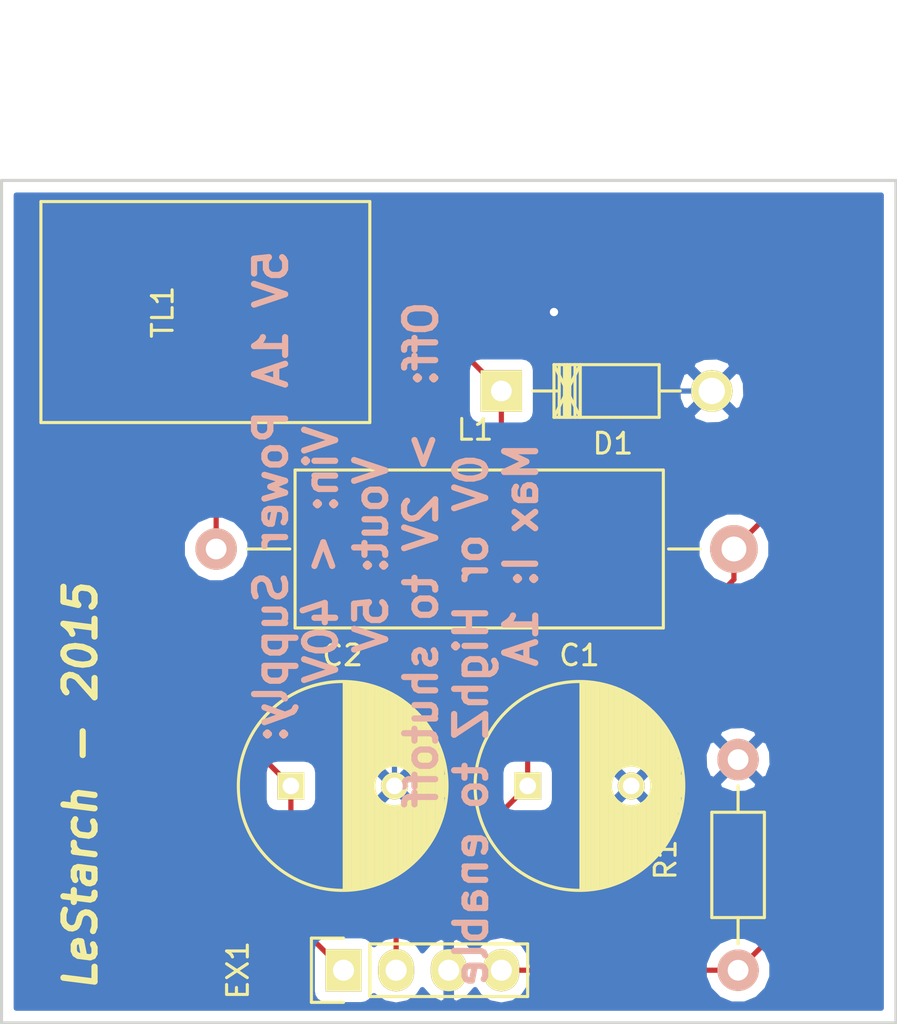
<source format=kicad_pcb>
(kicad_pcb (version 4) (host pcbnew 4.0.0-rc1-stable)

  (general
    (links 14)
    (no_connects 0)
    (area 104.064999 72.437144 147.395001 119.455001)
    (thickness 1.6)
    (drawings 6)
    (tracks 47)
    (zones 0)
    (modules 7)
    (nets 6)
  )

  (page A4)
  (title_block
    (title "5V 1A Power Supply")
  )

  (layers
    (0 F.Cu signal)
    (31 B.Cu signal)
    (32 B.Adhes user)
    (33 F.Adhes user)
    (34 B.Paste user)
    (35 F.Paste user)
    (36 B.SilkS user)
    (37 F.SilkS user)
    (38 B.Mask user)
    (39 F.Mask user)
    (40 Dwgs.User user)
    (41 Cmts.User user)
    (42 Eco1.User user)
    (43 Eco2.User user)
    (44 Edge.Cuts user)
    (45 Margin user)
    (46 B.CrtYd user)
    (47 F.CrtYd user)
    (48 B.Fab user)
    (49 F.Fab user)
  )

  (setup
    (last_trace_width 0.25)
    (trace_clearance 0.2)
    (zone_clearance 0.508)
    (zone_45_only yes)
    (trace_min 0.2)
    (segment_width 0.2)
    (edge_width 0.15)
    (via_size 0.6)
    (via_drill 0.4)
    (via_min_size 0.4)
    (via_min_drill 0.3)
    (uvia_size 0.3)
    (uvia_drill 0.1)
    (uvias_allowed no)
    (uvia_min_size 0.2)
    (uvia_min_drill 0.1)
    (pcb_text_width 0.3)
    (pcb_text_size 1.5 1.5)
    (mod_edge_width 0.15)
    (mod_text_size 1 1)
    (mod_text_width 0.15)
    (pad_size 1.524 1.524)
    (pad_drill 0.762)
    (pad_to_mask_clearance 0.2)
    (aux_axis_origin 0 0)
    (visible_elements FFFFF77F)
    (pcbplotparams
      (layerselection 0x010f0_80000001)
      (usegerberextensions true)
      (excludeedgelayer true)
      (linewidth 0.100000)
      (plotframeref false)
      (viasonmask false)
      (mode 1)
      (useauxorigin false)
      (hpglpennumber 1)
      (hpglpenspeed 20)
      (hpglpendiameter 15)
      (hpglpenoverlay 2)
      (psnegative false)
      (psa4output false)
      (plotreference true)
      (plotvalue true)
      (plotinvisibletext false)
      (padsonsilk false)
      (subtractmaskfromsilk false)
      (outputformat 1)
      (mirror false)
      (drillshape 0)
      (scaleselection 1)
      (outputdirectory gerber/))
  )

  (net 0 "")
  (net 1 "Net-(C1-Pad1)")
  (net 2 "Net-(C1-Pad2)")
  (net 3 "Net-(C2-Pad1)")
  (net 4 "Net-(D1-Pad1)")
  (net 5 "Net-(EX1-Pad4)")

  (net_class Default "This is the default net class."
    (clearance 0.2)
    (trace_width 0.25)
    (via_dia 0.6)
    (via_drill 0.4)
    (uvia_dia 0.3)
    (uvia_drill 0.1)
    (add_net "Net-(C1-Pad1)")
    (add_net "Net-(C1-Pad2)")
    (add_net "Net-(C2-Pad1)")
    (add_net "Net-(D1-Pad1)")
    (add_net "Net-(EX1-Pad4)")
  )

  (module Capacitors_ThroughHole:C_Radial_D10_L16_P5 (layer F.Cu) (tedit 0) (tstamp 562708A4)
    (at 129.54 107.95)
    (descr "Radial Electrolytic Capacitor 10mm x Length 16mm, Pitch 5mm")
    (tags "Electrolytic Capacitor")
    (path /56268BB1)
    (fp_text reference C1 (at 2.5 -6.3) (layer F.SilkS)
      (effects (font (size 1 1) (thickness 0.15)))
    )
    (fp_text value 330u (at 2.5 6.3) (layer F.Fab)
      (effects (font (size 1 1) (thickness 0.15)))
    )
    (fp_line (start 2.575 -4.999) (end 2.575 4.999) (layer F.SilkS) (width 0.15))
    (fp_line (start 2.715 -4.995) (end 2.715 4.995) (layer F.SilkS) (width 0.15))
    (fp_line (start 2.855 -4.987) (end 2.855 4.987) (layer F.SilkS) (width 0.15))
    (fp_line (start 2.995 -4.975) (end 2.995 4.975) (layer F.SilkS) (width 0.15))
    (fp_line (start 3.135 -4.96) (end 3.135 4.96) (layer F.SilkS) (width 0.15))
    (fp_line (start 3.275 -4.94) (end 3.275 4.94) (layer F.SilkS) (width 0.15))
    (fp_line (start 3.415 -4.916) (end 3.415 4.916) (layer F.SilkS) (width 0.15))
    (fp_line (start 3.555 -4.887) (end 3.555 4.887) (layer F.SilkS) (width 0.15))
    (fp_line (start 3.695 -4.855) (end 3.695 4.855) (layer F.SilkS) (width 0.15))
    (fp_line (start 3.835 -4.818) (end 3.835 4.818) (layer F.SilkS) (width 0.15))
    (fp_line (start 3.975 -4.777) (end 3.975 4.777) (layer F.SilkS) (width 0.15))
    (fp_line (start 4.115 -4.732) (end 4.115 -0.466) (layer F.SilkS) (width 0.15))
    (fp_line (start 4.115 0.466) (end 4.115 4.732) (layer F.SilkS) (width 0.15))
    (fp_line (start 4.255 -4.682) (end 4.255 -0.667) (layer F.SilkS) (width 0.15))
    (fp_line (start 4.255 0.667) (end 4.255 4.682) (layer F.SilkS) (width 0.15))
    (fp_line (start 4.395 -4.627) (end 4.395 -0.796) (layer F.SilkS) (width 0.15))
    (fp_line (start 4.395 0.796) (end 4.395 4.627) (layer F.SilkS) (width 0.15))
    (fp_line (start 4.535 -4.567) (end 4.535 -0.885) (layer F.SilkS) (width 0.15))
    (fp_line (start 4.535 0.885) (end 4.535 4.567) (layer F.SilkS) (width 0.15))
    (fp_line (start 4.675 -4.502) (end 4.675 -0.946) (layer F.SilkS) (width 0.15))
    (fp_line (start 4.675 0.946) (end 4.675 4.502) (layer F.SilkS) (width 0.15))
    (fp_line (start 4.815 -4.432) (end 4.815 -0.983) (layer F.SilkS) (width 0.15))
    (fp_line (start 4.815 0.983) (end 4.815 4.432) (layer F.SilkS) (width 0.15))
    (fp_line (start 4.955 -4.356) (end 4.955 -0.999) (layer F.SilkS) (width 0.15))
    (fp_line (start 4.955 0.999) (end 4.955 4.356) (layer F.SilkS) (width 0.15))
    (fp_line (start 5.095 -4.274) (end 5.095 -0.995) (layer F.SilkS) (width 0.15))
    (fp_line (start 5.095 0.995) (end 5.095 4.274) (layer F.SilkS) (width 0.15))
    (fp_line (start 5.235 -4.186) (end 5.235 -0.972) (layer F.SilkS) (width 0.15))
    (fp_line (start 5.235 0.972) (end 5.235 4.186) (layer F.SilkS) (width 0.15))
    (fp_line (start 5.375 -4.091) (end 5.375 -0.927) (layer F.SilkS) (width 0.15))
    (fp_line (start 5.375 0.927) (end 5.375 4.091) (layer F.SilkS) (width 0.15))
    (fp_line (start 5.515 -3.989) (end 5.515 -0.857) (layer F.SilkS) (width 0.15))
    (fp_line (start 5.515 0.857) (end 5.515 3.989) (layer F.SilkS) (width 0.15))
    (fp_line (start 5.655 -3.879) (end 5.655 -0.756) (layer F.SilkS) (width 0.15))
    (fp_line (start 5.655 0.756) (end 5.655 3.879) (layer F.SilkS) (width 0.15))
    (fp_line (start 5.795 -3.761) (end 5.795 -0.607) (layer F.SilkS) (width 0.15))
    (fp_line (start 5.795 0.607) (end 5.795 3.761) (layer F.SilkS) (width 0.15))
    (fp_line (start 5.935 -3.633) (end 5.935 -0.355) (layer F.SilkS) (width 0.15))
    (fp_line (start 5.935 0.355) (end 5.935 3.633) (layer F.SilkS) (width 0.15))
    (fp_line (start 6.075 -3.496) (end 6.075 3.496) (layer F.SilkS) (width 0.15))
    (fp_line (start 6.215 -3.346) (end 6.215 3.346) (layer F.SilkS) (width 0.15))
    (fp_line (start 6.355 -3.184) (end 6.355 3.184) (layer F.SilkS) (width 0.15))
    (fp_line (start 6.495 -3.007) (end 6.495 3.007) (layer F.SilkS) (width 0.15))
    (fp_line (start 6.635 -2.811) (end 6.635 2.811) (layer F.SilkS) (width 0.15))
    (fp_line (start 6.775 -2.593) (end 6.775 2.593) (layer F.SilkS) (width 0.15))
    (fp_line (start 6.915 -2.347) (end 6.915 2.347) (layer F.SilkS) (width 0.15))
    (fp_line (start 7.055 -2.062) (end 7.055 2.062) (layer F.SilkS) (width 0.15))
    (fp_line (start 7.195 -1.72) (end 7.195 1.72) (layer F.SilkS) (width 0.15))
    (fp_line (start 7.335 -1.274) (end 7.335 1.274) (layer F.SilkS) (width 0.15))
    (fp_line (start 7.475 -0.499) (end 7.475 0.499) (layer F.SilkS) (width 0.15))
    (fp_circle (center 5 0) (end 5 -1) (layer F.SilkS) (width 0.15))
    (fp_circle (center 2.5 0) (end 2.5 -5.0375) (layer F.SilkS) (width 0.15))
    (fp_circle (center 2.5 0) (end 2.5 -5.3) (layer F.CrtYd) (width 0.05))
    (pad 1 thru_hole rect (at 0 0) (size 1.3 1.3) (drill 0.8) (layers *.Cu *.Mask F.SilkS)
      (net 1 "Net-(C1-Pad1)"))
    (pad 2 thru_hole circle (at 5 0) (size 1.3 1.3) (drill 0.8) (layers *.Cu *.Mask F.SilkS)
      (net 2 "Net-(C1-Pad2)"))
    (model Capacitors_ThroughHole.3dshapes/C_Radial_D10_L16_P5.wrl
      (at (xyz 0.0984252 0 0))
      (scale (xyz 1 1 1))
      (rotate (xyz 0 0 90))
    )
  )

  (module Capacitors_ThroughHole:C_Radial_D10_L16_P5 (layer F.Cu) (tedit 0) (tstamp 562708AA)
    (at 118.11 107.95)
    (descr "Radial Electrolytic Capacitor 10mm x Length 16mm, Pitch 5mm")
    (tags "Electrolytic Capacitor")
    (path /562690AB)
    (fp_text reference C2 (at 2.5 -6.3) (layer F.SilkS)
      (effects (font (size 1 1) (thickness 0.15)))
    )
    (fp_text value 100u (at 2.5 6.3) (layer F.Fab)
      (effects (font (size 1 1) (thickness 0.15)))
    )
    (fp_line (start 2.575 -4.999) (end 2.575 4.999) (layer F.SilkS) (width 0.15))
    (fp_line (start 2.715 -4.995) (end 2.715 4.995) (layer F.SilkS) (width 0.15))
    (fp_line (start 2.855 -4.987) (end 2.855 4.987) (layer F.SilkS) (width 0.15))
    (fp_line (start 2.995 -4.975) (end 2.995 4.975) (layer F.SilkS) (width 0.15))
    (fp_line (start 3.135 -4.96) (end 3.135 4.96) (layer F.SilkS) (width 0.15))
    (fp_line (start 3.275 -4.94) (end 3.275 4.94) (layer F.SilkS) (width 0.15))
    (fp_line (start 3.415 -4.916) (end 3.415 4.916) (layer F.SilkS) (width 0.15))
    (fp_line (start 3.555 -4.887) (end 3.555 4.887) (layer F.SilkS) (width 0.15))
    (fp_line (start 3.695 -4.855) (end 3.695 4.855) (layer F.SilkS) (width 0.15))
    (fp_line (start 3.835 -4.818) (end 3.835 4.818) (layer F.SilkS) (width 0.15))
    (fp_line (start 3.975 -4.777) (end 3.975 4.777) (layer F.SilkS) (width 0.15))
    (fp_line (start 4.115 -4.732) (end 4.115 -0.466) (layer F.SilkS) (width 0.15))
    (fp_line (start 4.115 0.466) (end 4.115 4.732) (layer F.SilkS) (width 0.15))
    (fp_line (start 4.255 -4.682) (end 4.255 -0.667) (layer F.SilkS) (width 0.15))
    (fp_line (start 4.255 0.667) (end 4.255 4.682) (layer F.SilkS) (width 0.15))
    (fp_line (start 4.395 -4.627) (end 4.395 -0.796) (layer F.SilkS) (width 0.15))
    (fp_line (start 4.395 0.796) (end 4.395 4.627) (layer F.SilkS) (width 0.15))
    (fp_line (start 4.535 -4.567) (end 4.535 -0.885) (layer F.SilkS) (width 0.15))
    (fp_line (start 4.535 0.885) (end 4.535 4.567) (layer F.SilkS) (width 0.15))
    (fp_line (start 4.675 -4.502) (end 4.675 -0.946) (layer F.SilkS) (width 0.15))
    (fp_line (start 4.675 0.946) (end 4.675 4.502) (layer F.SilkS) (width 0.15))
    (fp_line (start 4.815 -4.432) (end 4.815 -0.983) (layer F.SilkS) (width 0.15))
    (fp_line (start 4.815 0.983) (end 4.815 4.432) (layer F.SilkS) (width 0.15))
    (fp_line (start 4.955 -4.356) (end 4.955 -0.999) (layer F.SilkS) (width 0.15))
    (fp_line (start 4.955 0.999) (end 4.955 4.356) (layer F.SilkS) (width 0.15))
    (fp_line (start 5.095 -4.274) (end 5.095 -0.995) (layer F.SilkS) (width 0.15))
    (fp_line (start 5.095 0.995) (end 5.095 4.274) (layer F.SilkS) (width 0.15))
    (fp_line (start 5.235 -4.186) (end 5.235 -0.972) (layer F.SilkS) (width 0.15))
    (fp_line (start 5.235 0.972) (end 5.235 4.186) (layer F.SilkS) (width 0.15))
    (fp_line (start 5.375 -4.091) (end 5.375 -0.927) (layer F.SilkS) (width 0.15))
    (fp_line (start 5.375 0.927) (end 5.375 4.091) (layer F.SilkS) (width 0.15))
    (fp_line (start 5.515 -3.989) (end 5.515 -0.857) (layer F.SilkS) (width 0.15))
    (fp_line (start 5.515 0.857) (end 5.515 3.989) (layer F.SilkS) (width 0.15))
    (fp_line (start 5.655 -3.879) (end 5.655 -0.756) (layer F.SilkS) (width 0.15))
    (fp_line (start 5.655 0.756) (end 5.655 3.879) (layer F.SilkS) (width 0.15))
    (fp_line (start 5.795 -3.761) (end 5.795 -0.607) (layer F.SilkS) (width 0.15))
    (fp_line (start 5.795 0.607) (end 5.795 3.761) (layer F.SilkS) (width 0.15))
    (fp_line (start 5.935 -3.633) (end 5.935 -0.355) (layer F.SilkS) (width 0.15))
    (fp_line (start 5.935 0.355) (end 5.935 3.633) (layer F.SilkS) (width 0.15))
    (fp_line (start 6.075 -3.496) (end 6.075 3.496) (layer F.SilkS) (width 0.15))
    (fp_line (start 6.215 -3.346) (end 6.215 3.346) (layer F.SilkS) (width 0.15))
    (fp_line (start 6.355 -3.184) (end 6.355 3.184) (layer F.SilkS) (width 0.15))
    (fp_line (start 6.495 -3.007) (end 6.495 3.007) (layer F.SilkS) (width 0.15))
    (fp_line (start 6.635 -2.811) (end 6.635 2.811) (layer F.SilkS) (width 0.15))
    (fp_line (start 6.775 -2.593) (end 6.775 2.593) (layer F.SilkS) (width 0.15))
    (fp_line (start 6.915 -2.347) (end 6.915 2.347) (layer F.SilkS) (width 0.15))
    (fp_line (start 7.055 -2.062) (end 7.055 2.062) (layer F.SilkS) (width 0.15))
    (fp_line (start 7.195 -1.72) (end 7.195 1.72) (layer F.SilkS) (width 0.15))
    (fp_line (start 7.335 -1.274) (end 7.335 1.274) (layer F.SilkS) (width 0.15))
    (fp_line (start 7.475 -0.499) (end 7.475 0.499) (layer F.SilkS) (width 0.15))
    (fp_circle (center 5 0) (end 5 -1) (layer F.SilkS) (width 0.15))
    (fp_circle (center 2.5 0) (end 2.5 -5.0375) (layer F.SilkS) (width 0.15))
    (fp_circle (center 2.5 0) (end 2.5 -5.3) (layer F.CrtYd) (width 0.05))
    (pad 1 thru_hole rect (at 0 0) (size 1.3 1.3) (drill 0.8) (layers *.Cu *.Mask F.SilkS)
      (net 3 "Net-(C2-Pad1)"))
    (pad 2 thru_hole circle (at 5 0) (size 1.3 1.3) (drill 0.8) (layers *.Cu *.Mask F.SilkS)
      (net 2 "Net-(C1-Pad2)"))
    (model Capacitors_ThroughHole.3dshapes/C_Radial_D10_L16_P5.wrl
      (at (xyz 0.0984252 0 0))
      (scale (xyz 1 1 1))
      (rotate (xyz 0 0 90))
    )
  )

  (module Diodes_ThroughHole:Diode_DO-41_SOD81_Horizontal_RM10 (layer F.Cu) (tedit 552FFCCE) (tstamp 562708B0)
    (at 128.27 88.9)
    (descr "Diode, DO-41, SOD81, Horizontal, RM 10mm,")
    (tags "Diode, DO-41, SOD81, Horizontal, RM 10mm, 1N4007, SB140,")
    (path /56268C8A)
    (fp_text reference D1 (at 5.38734 2.53746) (layer F.SilkS)
      (effects (font (size 1 1) (thickness 0.15)))
    )
    (fp_text value D_Schottky (at 4.37134 -3.55854) (layer F.Fab)
      (effects (font (size 1 1) (thickness 0.15)))
    )
    (fp_line (start 7.62 -0.00254) (end 8.636 -0.00254) (layer F.SilkS) (width 0.15))
    (fp_line (start 2.794 -0.00254) (end 1.524 -0.00254) (layer F.SilkS) (width 0.15))
    (fp_line (start 3.048 -1.27254) (end 3.048 1.26746) (layer F.SilkS) (width 0.15))
    (fp_line (start 3.302 -1.27254) (end 3.302 1.26746) (layer F.SilkS) (width 0.15))
    (fp_line (start 3.556 -1.27254) (end 3.556 1.26746) (layer F.SilkS) (width 0.15))
    (fp_line (start 2.794 -1.27254) (end 2.794 1.26746) (layer F.SilkS) (width 0.15))
    (fp_line (start 3.81 -1.27254) (end 2.54 1.26746) (layer F.SilkS) (width 0.15))
    (fp_line (start 2.54 -1.27254) (end 3.81 1.26746) (layer F.SilkS) (width 0.15))
    (fp_line (start 3.81 -1.27254) (end 3.81 1.26746) (layer F.SilkS) (width 0.15))
    (fp_line (start 3.175 -1.27254) (end 3.175 1.26746) (layer F.SilkS) (width 0.15))
    (fp_line (start 2.54 1.26746) (end 2.54 -1.27254) (layer F.SilkS) (width 0.15))
    (fp_line (start 2.54 -1.27254) (end 7.62 -1.27254) (layer F.SilkS) (width 0.15))
    (fp_line (start 7.62 -1.27254) (end 7.62 1.26746) (layer F.SilkS) (width 0.15))
    (fp_line (start 7.62 1.26746) (end 2.54 1.26746) (layer F.SilkS) (width 0.15))
    (pad 2 thru_hole circle (at 10.16 -0.00254 180) (size 1.99898 1.99898) (drill 1.27) (layers *.Cu *.Mask F.SilkS)
      (net 2 "Net-(C1-Pad2)"))
    (pad 1 thru_hole rect (at 0 -0.00254 180) (size 1.99898 1.99898) (drill 1.00076) (layers *.Cu *.Mask F.SilkS)
      (net 4 "Net-(D1-Pad1)"))
  )

  (module Pin_Headers:Pin_Header_Straight_1x04 (layer F.Cu) (tedit 0) (tstamp 562708B8)
    (at 120.65 116.84 90)
    (descr "Through hole pin header")
    (tags "pin header")
    (path /56269E85)
    (fp_text reference EX1 (at 0 -5.1 90) (layer F.SilkS)
      (effects (font (size 1 1) (thickness 0.15)))
    )
    (fp_text value Conn (at 0 -3.1 90) (layer F.Fab)
      (effects (font (size 1 1) (thickness 0.15)))
    )
    (fp_line (start -1.75 -1.75) (end -1.75 9.4) (layer F.CrtYd) (width 0.05))
    (fp_line (start 1.75 -1.75) (end 1.75 9.4) (layer F.CrtYd) (width 0.05))
    (fp_line (start -1.75 -1.75) (end 1.75 -1.75) (layer F.CrtYd) (width 0.05))
    (fp_line (start -1.75 9.4) (end 1.75 9.4) (layer F.CrtYd) (width 0.05))
    (fp_line (start -1.27 1.27) (end -1.27 8.89) (layer F.SilkS) (width 0.15))
    (fp_line (start 1.27 1.27) (end 1.27 8.89) (layer F.SilkS) (width 0.15))
    (fp_line (start 1.55 -1.55) (end 1.55 0) (layer F.SilkS) (width 0.15))
    (fp_line (start -1.27 8.89) (end 1.27 8.89) (layer F.SilkS) (width 0.15))
    (fp_line (start 1.27 1.27) (end -1.27 1.27) (layer F.SilkS) (width 0.15))
    (fp_line (start -1.55 0) (end -1.55 -1.55) (layer F.SilkS) (width 0.15))
    (fp_line (start -1.55 -1.55) (end 1.55 -1.55) (layer F.SilkS) (width 0.15))
    (pad 1 thru_hole rect (at 0 0 90) (size 2.032 1.7272) (drill 1.016) (layers *.Cu *.Mask F.SilkS)
      (net 3 "Net-(C2-Pad1)"))
    (pad 2 thru_hole oval (at 0 2.54 90) (size 2.032 1.7272) (drill 1.016) (layers *.Cu *.Mask F.SilkS)
      (net 1 "Net-(C1-Pad1)"))
    (pad 3 thru_hole oval (at 0 5.08 90) (size 2.032 1.7272) (drill 1.016) (layers *.Cu *.Mask F.SilkS)
      (net 2 "Net-(C1-Pad2)"))
    (pad 4 thru_hole oval (at 0 7.62 90) (size 2.032 1.7272) (drill 1.016) (layers *.Cu *.Mask F.SilkS)
      (net 5 "Net-(EX1-Pad4)"))
    (model Pin_Headers.3dshapes/Pin_Header_Straight_1x04.wrl
      (at (xyz 0 -0.15 0))
      (scale (xyz 1 1 1))
      (rotate (xyz 0 0 90))
    )
  )

  (module Resistors_ThroughHole:Resistor_Horizontal_RM25mm (layer F.Cu) (tedit 0) (tstamp 562708BE)
    (at 127 96.52)
    (descr "Resistor, Axial, RM 25mm,")
    (tags "Resistor, Axial, RM 25mm,")
    (path /56268D0B)
    (fp_text reference L1 (at 0 -5.75056) (layer F.SilkS)
      (effects (font (size 1 1) (thickness 0.15)))
    )
    (fp_text value 330u (at 0 6.49986) (layer F.Fab)
      (effects (font (size 1 1) (thickness 0.15)))
    )
    (fp_line (start -8.94334 0) (end -10.97534 0) (layer F.SilkS) (width 0.15))
    (fp_line (start 9.34466 0) (end 10.86866 0) (layer F.SilkS) (width 0.15))
    (fp_line (start -8.68934 -3.81) (end -8.68934 3.81) (layer F.SilkS) (width 0.15))
    (fp_line (start -8.68934 3.81) (end 9.09066 3.81) (layer F.SilkS) (width 0.15))
    (fp_line (start 9.09066 3.81) (end 9.09066 -3.81) (layer F.SilkS) (width 0.15))
    (fp_line (start 9.09066 -3.81) (end -8.68934 -3.81) (layer F.SilkS) (width 0.15))
    (pad 1 thru_hole circle (at -12.49934 0) (size 1.99898 1.99898) (drill 1.00076) (layers *.Cu *.SilkS *.Mask)
      (net 4 "Net-(D1-Pad1)"))
    (pad 2 thru_hole circle (at 12.49934 0) (size 2.30124 2.30124) (drill 1.19888) (layers *.Cu *.SilkS *.Mask)
      (net 1 "Net-(C1-Pad1)"))
  )

  (module Resistors_ThroughHole:Resistor_Horizontal_RM10mm (layer F.Cu) (tedit 53F56209) (tstamp 562708C4)
    (at 139.7 111.76 90)
    (descr "Resistor, Axial,  RM 10mm, 1/3W,")
    (tags "Resistor, Axial, RM 10mm, 1/3W,")
    (path /56268AA5)
    (fp_text reference R1 (at 0.24892 -3.50012 90) (layer F.SilkS)
      (effects (font (size 1 1) (thickness 0.15)))
    )
    (fp_text value 100k (at 3.81 3.81 90) (layer F.Fab)
      (effects (font (size 1 1) (thickness 0.15)))
    )
    (fp_line (start -2.54 -1.27) (end 2.54 -1.27) (layer F.SilkS) (width 0.15))
    (fp_line (start 2.54 -1.27) (end 2.54 1.27) (layer F.SilkS) (width 0.15))
    (fp_line (start 2.54 1.27) (end -2.54 1.27) (layer F.SilkS) (width 0.15))
    (fp_line (start -2.54 1.27) (end -2.54 -1.27) (layer F.SilkS) (width 0.15))
    (fp_line (start -2.54 0) (end -3.81 0) (layer F.SilkS) (width 0.15))
    (fp_line (start 2.54 0) (end 3.81 0) (layer F.SilkS) (width 0.15))
    (pad 1 thru_hole circle (at -5.08 0 90) (size 1.99898 1.99898) (drill 1.00076) (layers *.Cu *.SilkS *.Mask)
      (net 5 "Net-(EX1-Pad4)"))
    (pad 2 thru_hole circle (at 5.08 0 90) (size 1.99898 1.99898) (drill 1.00076) (layers *.Cu *.SilkS *.Mask)
      (net 2 "Net-(C1-Pad2)"))
    (model Resistors_ThroughHole.3dshapes/Resistor_Horizontal_RM10mm.wrl
      (at (xyz 0 0 0))
      (scale (xyz 0.4 0.4 0.4))
      (rotate (xyz 0 0 0))
    )
  )

  (module footprints:TO-263 (layer F.Cu) (tedit 5627084B) (tstamp 562708D2)
    (at 121.92 85.09 90)
    (path /562659EA)
    (fp_text reference TL1 (at 0 -10 90) (layer F.SilkS)
      (effects (font (size 1 1) (thickness 0.15)))
    )
    (fp_text value TL25527 (at 0 -12.5 90) (layer F.Fab)
      (effects (font (size 1 1) (thickness 0.15)))
    )
    (fp_line (start 0 0) (end -5.33 0) (layer F.SilkS) (width 0.15))
    (fp_line (start -5.33 0) (end -5.33 -15.88) (layer F.SilkS) (width 0.15))
    (fp_line (start -5.33 -15.88) (end 5.33 -15.88) (layer F.SilkS) (width 0.15))
    (fp_line (start 5.33 -15.88) (end 5.33 0) (layer F.SilkS) (width 0.15))
    (fp_line (start 5.33 0) (end 0.03 0) (layer F.SilkS) (width 0.15))
    (pad 3 smd rect (at 0 0 90) (size 0.91 1.524) (layers F.Cu F.Paste F.Mask)
      (net 2 "Net-(C1-Pad2)"))
    (pad 4 smd rect (at 1.7 0 90) (size 0.91 1.524) (layers F.Cu F.Paste F.Mask)
      (net 1 "Net-(C1-Pad1)"))
    (pad 2 smd rect (at -1.7 0 90) (size 0.91 1.524) (layers F.Cu F.Paste F.Mask)
      (net 4 "Net-(D1-Pad1)"))
    (pad 5 smd rect (at 3.4 0 90) (size 0.91 1.524) (layers F.Cu F.Paste F.Mask)
      (net 5 "Net-(EX1-Pad4)"))
    (pad 1 smd rect (at -3.4 0 90) (size 0.91 1.524) (layers F.Cu F.Paste F.Mask)
      (net 3 "Net-(C2-Pad1)"))
  )

  (gr_text "5V 1A Power Supply:\n	Vin: < 40V\n	Vout: 5V\n	Off:  > 2V to shutoff\n	              0V or HighZ to enable\n	Max I: 1A" (at 123.19 93.98 90) (layer B.SilkS)
    (effects (font (size 1.5 1.5) (thickness 0.3)) (justify mirror))
  )
  (gr_text "LeStarch - 2015" (at 107.95 107.95 90) (layer F.SilkS)
    (effects (font (size 1.5 1.5) (thickness 0.3) italic))
  )
  (gr_line (start 104.14 119.38) (end 104.14 78.74) (angle 90) (layer Edge.Cuts) (width 0.15))
  (gr_line (start 147.32 119.38) (end 104.14 119.38) (angle 90) (layer Edge.Cuts) (width 0.15))
  (gr_line (start 147.32 78.74) (end 147.32 119.38) (angle 90) (layer Edge.Cuts) (width 0.15))
  (gr_line (start 104.14 78.74) (end 147.32 78.74) (angle 90) (layer Edge.Cuts) (width 0.15))

  (segment (start 129.54 107.95) (end 129.54 102.87) (width 0.25) (layer F.Cu) (net 1))
  (segment (start 139.49934 97.99066) (end 139.49934 96.52) (width 0.25) (layer F.Cu) (net 1) (tstamp 562712B6))
  (segment (start 135.89 101.6) (end 139.49934 97.99066) (width 0.25) (layer F.Cu) (net 1) (tstamp 562712B3))
  (segment (start 130.81 101.6) (end 135.89 101.6) (width 0.25) (layer F.Cu) (net 1) (tstamp 562712B1))
  (segment (start 129.54 102.87) (end 130.81 101.6) (width 0.25) (layer F.Cu) (net 1) (tstamp 562712AD))
  (segment (start 121.92 83.39) (end 138 83.39) (width 0.25) (layer F.Cu) (net 1))
  (segment (start 142.24 93.77934) (end 139.49934 96.52) (width 0.25) (layer F.Cu) (net 1) (tstamp 56271289))
  (segment (start 142.24 87.63) (end 142.24 93.77934) (width 0.25) (layer F.Cu) (net 1) (tstamp 56271287))
  (segment (start 138 83.39) (end 142.24 87.63) (width 0.25) (layer F.Cu) (net 1) (tstamp 5627127F))
  (segment (start 123.19 116.84) (end 123.19 114.3) (width 0.25) (layer F.Cu) (net 1))
  (segment (start 123.19 114.3) (end 129.54 107.95) (width 0.25) (layer F.Cu) (net 1) (tstamp 5627111C))
  (segment (start 134.62 88.9) (end 138.42746 88.9) (width 0.25) (layer B.Cu) (net 2))
  (segment (start 138.42746 88.9) (end 138.43 88.89746) (width 0.25) (layer B.Cu) (net 2) (tstamp 56271B6F))
  (segment (start 121.92 85.09) (end 130.81 85.09) (width 0.25) (layer F.Cu) (net 2))
  (via (at 130.81 85.09) (size 0.6) (drill 0.4) (layers F.Cu B.Cu) (net 2))
  (segment (start 130.81 85.09) (end 134.62 88.9) (width 0.25) (layer B.Cu) (net 2) (tstamp 56271B5E))
  (segment (start 134.62 88.9) (end 134.62 105.45) (width 0.25) (layer B.Cu) (net 2) (tstamp 56271B5F))
  (segment (start 134.62 105.45) (end 134.62 105.41) (width 0.25) (layer B.Cu) (net 2) (tstamp 56271B67))
  (segment (start 134.62 105.41) (end 134.62 105.45) (width 0.25) (layer B.Cu) (net 2) (tstamp 56271B69))
  (segment (start 125.73 116.84) (end 125.73 110.57) (width 0.25) (layer B.Cu) (net 2))
  (segment (start 125.73 110.57) (end 123.11 107.95) (width 0.25) (layer B.Cu) (net 2) (tstamp 56271490))
  (segment (start 132.04 105.45) (end 134.62 105.45) (width 0.25) (layer B.Cu) (net 2))
  (segment (start 134.62 105.45) (end 138.47 105.45) (width 0.25) (layer B.Cu) (net 2) (tstamp 56271B6A))
  (segment (start 138.47 105.45) (end 139.7 106.68) (width 0.25) (layer B.Cu) (net 2) (tstamp 5627148B))
  (segment (start 123.11 107.95) (end 123.11 106.76) (width 0.25) (layer B.Cu) (net 2))
  (segment (start 132 105.41) (end 132.04 105.45) (width 0.25) (layer B.Cu) (net 2) (tstamp 56271483))
  (segment (start 132.04 105.45) (end 134.54 107.95) (width 0.25) (layer B.Cu) (net 2) (tstamp 56271489))
  (segment (start 124.46 105.41) (end 132 105.41) (width 0.25) (layer B.Cu) (net 2) (tstamp 56271481))
  (segment (start 123.11 106.76) (end 124.46 105.41) (width 0.25) (layer B.Cu) (net 2) (tstamp 5627147F))
  (segment (start 121.92 88.49) (end 115.98 88.49) (width 0.25) (layer F.Cu) (net 3))
  (segment (start 111.76 101.6) (end 118.11 107.95) (width 0.25) (layer F.Cu) (net 3) (tstamp 562712EF))
  (segment (start 111.76 92.71) (end 111.76 101.6) (width 0.25) (layer F.Cu) (net 3) (tstamp 562712EC))
  (segment (start 115.98 88.49) (end 111.76 92.71) (width 0.25) (layer F.Cu) (net 3) (tstamp 562712E2))
  (segment (start 118.11 107.95) (end 118.11 114.3) (width 0.25) (layer F.Cu) (net 3) (status 10))
  (segment (start 118.11 114.3) (end 120.65 116.84) (width 0.25) (layer F.Cu) (net 3) (tstamp 562710E3))
  (segment (start 121.92 86.79) (end 126.16254 86.79) (width 0.25) (layer F.Cu) (net 4))
  (segment (start 126.16254 86.79) (end 128.27 88.89746) (width 0.25) (layer F.Cu) (net 4) (tstamp 5627126D))
  (segment (start 128.27 88.89746) (end 128.27 91.44) (width 0.25) (layer F.Cu) (net 4))
  (segment (start 114.50066 92.50934) (end 114.50066 96.52) (width 0.25) (layer F.Cu) (net 4) (tstamp 5627125F))
  (segment (start 115.57 91.44) (end 114.50066 92.50934) (width 0.25) (layer F.Cu) (net 4) (tstamp 5627125B))
  (segment (start 128.27 91.44) (end 115.57 91.44) (width 0.25) (layer F.Cu) (net 4) (tstamp 56271258))
  (segment (start 128.0668 89.10066) (end 128.27 88.89746) (width 0.25) (layer F.Cu) (net 4) (tstamp 56270ECE) (status 30))
  (segment (start 121.92 81.69) (end 138.84 81.69) (width 0.25) (layer F.Cu) (net 5))
  (segment (start 144.78 111.76) (end 139.7 116.84) (width 0.25) (layer F.Cu) (net 5) (tstamp 562712A0))
  (segment (start 144.78 87.63) (end 144.78 111.76) (width 0.25) (layer F.Cu) (net 5) (tstamp 5627129A))
  (segment (start 138.84 81.69) (end 144.78 87.63) (width 0.25) (layer F.Cu) (net 5) (tstamp 56271294))
  (segment (start 128.27 116.84) (end 139.7 116.84) (width 0.25) (layer F.Cu) (net 5))

  (zone (net 2) (net_name "Net-(C1-Pad2)") (layer B.Cu) (tstamp 56271BDD) (hatch edge 0.508)
    (connect_pads (clearance 0.508))
    (min_thickness 0.254)
    (fill yes (arc_segments 16) (thermal_gap 0.508) (thermal_bridge_width 0.508))
    (polygon
      (pts
        (xy 147.32 119.38) (xy 104.14 119.38) (xy 104.14 78.74) (xy 147.32 78.74) (xy 147.32 119.38)
      )
    )
    (filled_polygon
      (pts
        (xy 146.61 118.67) (xy 104.85 118.67) (xy 104.85 115.824) (xy 119.13896 115.824) (xy 119.13896 117.856)
        (xy 119.183238 118.091317) (xy 119.32231 118.307441) (xy 119.53451 118.452431) (xy 119.7864 118.50344) (xy 121.5136 118.50344)
        (xy 121.748917 118.459162) (xy 121.965041 118.32009) (xy 122.110031 118.10789) (xy 122.1184 118.066561) (xy 122.13033 118.084415)
        (xy 122.616511 118.409271) (xy 123.19 118.523345) (xy 123.763489 118.409271) (xy 124.24967 118.084415) (xy 124.456461 117.774931)
        (xy 124.827964 118.190732) (xy 125.355209 118.444709) (xy 125.370974 118.447358) (xy 125.603 118.326217) (xy 125.603 116.967)
        (xy 125.583 116.967) (xy 125.583 116.713) (xy 125.603 116.713) (xy 125.603 115.353783) (xy 125.857 115.353783)
        (xy 125.857 116.713) (xy 125.877 116.713) (xy 125.877 116.967) (xy 125.857 116.967) (xy 125.857 118.326217)
        (xy 126.089026 118.447358) (xy 126.104791 118.444709) (xy 126.632036 118.190732) (xy 127.003539 117.774931) (xy 127.21033 118.084415)
        (xy 127.696511 118.409271) (xy 128.27 118.523345) (xy 128.843489 118.409271) (xy 129.32967 118.084415) (xy 129.654526 117.598234)
        (xy 129.740961 117.163694) (xy 138.065226 117.163694) (xy 138.313538 117.764655) (xy 138.772927 118.224846) (xy 139.373453 118.474206)
        (xy 140.023694 118.474774) (xy 140.624655 118.226462) (xy 141.084846 117.767073) (xy 141.334206 117.166547) (xy 141.334774 116.516306)
        (xy 141.086462 115.915345) (xy 140.627073 115.455154) (xy 140.026547 115.205794) (xy 139.376306 115.205226) (xy 138.775345 115.453538)
        (xy 138.315154 115.912927) (xy 138.065794 116.513453) (xy 138.065226 117.163694) (xy 129.740961 117.163694) (xy 129.7686 117.024745)
        (xy 129.7686 116.655255) (xy 129.654526 116.081766) (xy 129.32967 115.595585) (xy 128.843489 115.270729) (xy 128.27 115.156655)
        (xy 127.696511 115.270729) (xy 127.21033 115.595585) (xy 127.003539 115.905069) (xy 126.632036 115.489268) (xy 126.104791 115.235291)
        (xy 126.089026 115.232642) (xy 125.857 115.353783) (xy 125.603 115.353783) (xy 125.370974 115.232642) (xy 125.355209 115.235291)
        (xy 124.827964 115.489268) (xy 124.456461 115.905069) (xy 124.24967 115.595585) (xy 123.763489 115.270729) (xy 123.19 115.156655)
        (xy 122.616511 115.270729) (xy 122.13033 115.595585) (xy 122.120757 115.609913) (xy 122.116762 115.588683) (xy 121.97769 115.372559)
        (xy 121.76549 115.227569) (xy 121.5136 115.17656) (xy 119.7864 115.17656) (xy 119.551083 115.220838) (xy 119.334959 115.35991)
        (xy 119.189969 115.57211) (xy 119.13896 115.824) (xy 104.85 115.824) (xy 104.85 107.3) (xy 116.81256 107.3)
        (xy 116.81256 108.6) (xy 116.856838 108.835317) (xy 116.99591 109.051441) (xy 117.20811 109.196431) (xy 117.46 109.24744)
        (xy 118.76 109.24744) (xy 118.995317 109.203162) (xy 119.211441 109.06409) (xy 119.356431 108.85189) (xy 119.357012 108.849016)
        (xy 122.39059 108.849016) (xy 122.446271 109.079611) (xy 122.929078 109.247622) (xy 123.439428 109.218083) (xy 123.773729 109.079611)
        (xy 123.82941 108.849016) (xy 123.11 108.129605) (xy 122.39059 108.849016) (xy 119.357012 108.849016) (xy 119.40744 108.6)
        (xy 119.40744 107.769078) (xy 121.812378 107.769078) (xy 121.841917 108.279428) (xy 121.980389 108.613729) (xy 122.210984 108.66941)
        (xy 122.930395 107.95) (xy 123.289605 107.95) (xy 124.009016 108.66941) (xy 124.239611 108.613729) (xy 124.407622 108.130922)
        (xy 124.378083 107.620572) (xy 124.245298 107.3) (xy 128.24256 107.3) (xy 128.24256 108.6) (xy 128.286838 108.835317)
        (xy 128.42591 109.051441) (xy 128.63811 109.196431) (xy 128.89 109.24744) (xy 130.19 109.24744) (xy 130.425317 109.203162)
        (xy 130.641441 109.06409) (xy 130.786431 108.85189) (xy 130.787012 108.849016) (xy 133.82059 108.849016) (xy 133.876271 109.079611)
        (xy 134.359078 109.247622) (xy 134.869428 109.218083) (xy 135.203729 109.079611) (xy 135.25941 108.849016) (xy 134.54 108.129605)
        (xy 133.82059 108.849016) (xy 130.787012 108.849016) (xy 130.83744 108.6) (xy 130.83744 107.769078) (xy 133.242378 107.769078)
        (xy 133.271917 108.279428) (xy 133.410389 108.613729) (xy 133.640984 108.66941) (xy 134.360395 107.95) (xy 134.719605 107.95)
        (xy 135.439016 108.66941) (xy 135.669611 108.613729) (xy 135.837622 108.130922) (xy 135.82033 107.832163) (xy 138.727443 107.832163)
        (xy 138.826042 108.098965) (xy 139.435582 108.325401) (xy 140.085377 108.301341) (xy 140.573958 108.098965) (xy 140.672557 107.832163)
        (xy 139.7 106.859605) (xy 138.727443 107.832163) (xy 135.82033 107.832163) (xy 135.808083 107.620572) (xy 135.669611 107.286271)
        (xy 135.439016 107.23059) (xy 134.719605 107.95) (xy 134.360395 107.95) (xy 133.640984 107.23059) (xy 133.410389 107.286271)
        (xy 133.242378 107.769078) (xy 130.83744 107.769078) (xy 130.83744 107.3) (xy 130.793162 107.064683) (xy 130.784347 107.050984)
        (xy 133.82059 107.050984) (xy 134.54 107.770395) (xy 135.25941 107.050984) (xy 135.203729 106.820389) (xy 134.720922 106.652378)
        (xy 134.210572 106.681917) (xy 133.876271 106.820389) (xy 133.82059 107.050984) (xy 130.784347 107.050984) (xy 130.65409 106.848559)
        (xy 130.44189 106.703569) (xy 130.19 106.65256) (xy 128.89 106.65256) (xy 128.654683 106.696838) (xy 128.438559 106.83591)
        (xy 128.293569 107.04811) (xy 128.24256 107.3) (xy 124.245298 107.3) (xy 124.239611 107.286271) (xy 124.009016 107.23059)
        (xy 123.289605 107.95) (xy 122.930395 107.95) (xy 122.210984 107.23059) (xy 121.980389 107.286271) (xy 121.812378 107.769078)
        (xy 119.40744 107.769078) (xy 119.40744 107.3) (xy 119.363162 107.064683) (xy 119.354347 107.050984) (xy 122.39059 107.050984)
        (xy 123.11 107.770395) (xy 123.82941 107.050984) (xy 123.773729 106.820389) (xy 123.290922 106.652378) (xy 122.780572 106.681917)
        (xy 122.446271 106.820389) (xy 122.39059 107.050984) (xy 119.354347 107.050984) (xy 119.22409 106.848559) (xy 119.01189 106.703569)
        (xy 118.76 106.65256) (xy 117.46 106.65256) (xy 117.224683 106.696838) (xy 117.008559 106.83591) (xy 116.863569 107.04811)
        (xy 116.81256 107.3) (xy 104.85 107.3) (xy 104.85 106.415582) (xy 138.054599 106.415582) (xy 138.078659 107.065377)
        (xy 138.281035 107.553958) (xy 138.547837 107.652557) (xy 139.520395 106.68) (xy 139.879605 106.68) (xy 140.852163 107.652557)
        (xy 141.118965 107.553958) (xy 141.345401 106.944418) (xy 141.321341 106.294623) (xy 141.118965 105.806042) (xy 140.852163 105.707443)
        (xy 139.879605 106.68) (xy 139.520395 106.68) (xy 138.547837 105.707443) (xy 138.281035 105.806042) (xy 138.054599 106.415582)
        (xy 104.85 106.415582) (xy 104.85 105.527837) (xy 138.727443 105.527837) (xy 139.7 106.500395) (xy 140.672557 105.527837)
        (xy 140.573958 105.261035) (xy 139.964418 105.034599) (xy 139.314623 105.058659) (xy 138.826042 105.261035) (xy 138.727443 105.527837)
        (xy 104.85 105.527837) (xy 104.85 96.843694) (xy 112.865886 96.843694) (xy 113.114198 97.444655) (xy 113.573587 97.904846)
        (xy 114.174113 98.154206) (xy 114.824354 98.154774) (xy 115.425315 97.906462) (xy 115.885506 97.447073) (xy 116.123623 96.873623)
        (xy 137.713411 96.873623) (xy 137.984683 97.530151) (xy 138.486547 98.032892) (xy 139.1426 98.305309) (xy 139.852963 98.305929)
        (xy 140.509491 98.034657) (xy 141.012232 97.532793) (xy 141.284649 96.87674) (xy 141.285269 96.166377) (xy 141.013997 95.509849)
        (xy 140.512133 95.007108) (xy 139.85608 94.734691) (xy 139.145717 94.734071) (xy 138.489189 95.005343) (xy 137.986448 95.507207)
        (xy 137.714031 96.16326) (xy 137.713411 96.873623) (xy 116.123623 96.873623) (xy 116.134866 96.846547) (xy 116.135434 96.196306)
        (xy 115.887122 95.595345) (xy 115.427733 95.135154) (xy 114.827207 94.885794) (xy 114.176966 94.885226) (xy 113.576005 95.133538)
        (xy 113.115814 95.592927) (xy 112.866454 96.193453) (xy 112.865886 96.843694) (xy 104.85 96.843694) (xy 104.85 87.89797)
        (xy 126.62307 87.89797) (xy 126.62307 89.89695) (xy 126.667348 90.132267) (xy 126.80642 90.348391) (xy 127.01862 90.493381)
        (xy 127.27051 90.54439) (xy 129.26949 90.54439) (xy 129.504807 90.500112) (xy 129.720931 90.36104) (xy 129.865921 90.14884)
        (xy 129.886012 90.049623) (xy 137.457443 90.049623) (xy 137.556042 90.316425) (xy 138.165582 90.542861) (xy 138.815377 90.518801)
        (xy 139.303958 90.316425) (xy 139.402557 90.049623) (xy 138.43 89.077065) (xy 137.457443 90.049623) (xy 129.886012 90.049623)
        (xy 129.91693 89.89695) (xy 129.91693 88.633042) (xy 136.784599 88.633042) (xy 136.808659 89.282837) (xy 137.011035 89.771418)
        (xy 137.277837 89.870017) (xy 138.250395 88.89746) (xy 138.609605 88.89746) (xy 139.582163 89.870017) (xy 139.848965 89.771418)
        (xy 140.075401 89.161878) (xy 140.051341 88.512083) (xy 139.848965 88.023502) (xy 139.582163 87.924903) (xy 138.609605 88.89746)
        (xy 138.250395 88.89746) (xy 137.277837 87.924903) (xy 137.011035 88.023502) (xy 136.784599 88.633042) (xy 129.91693 88.633042)
        (xy 129.91693 87.89797) (xy 129.888203 87.745297) (xy 137.457443 87.745297) (xy 138.43 88.717855) (xy 139.402557 87.745297)
        (xy 139.303958 87.478495) (xy 138.694418 87.252059) (xy 138.044623 87.276119) (xy 137.556042 87.478495) (xy 137.457443 87.745297)
        (xy 129.888203 87.745297) (xy 129.872652 87.662653) (xy 129.73358 87.446529) (xy 129.52138 87.301539) (xy 129.26949 87.25053)
        (xy 127.27051 87.25053) (xy 127.035193 87.294808) (xy 126.819069 87.43388) (xy 126.674079 87.64608) (xy 126.62307 87.89797)
        (xy 104.85 87.89797) (xy 104.85 79.45) (xy 146.61 79.45)
      )
    )
  )
)

</source>
